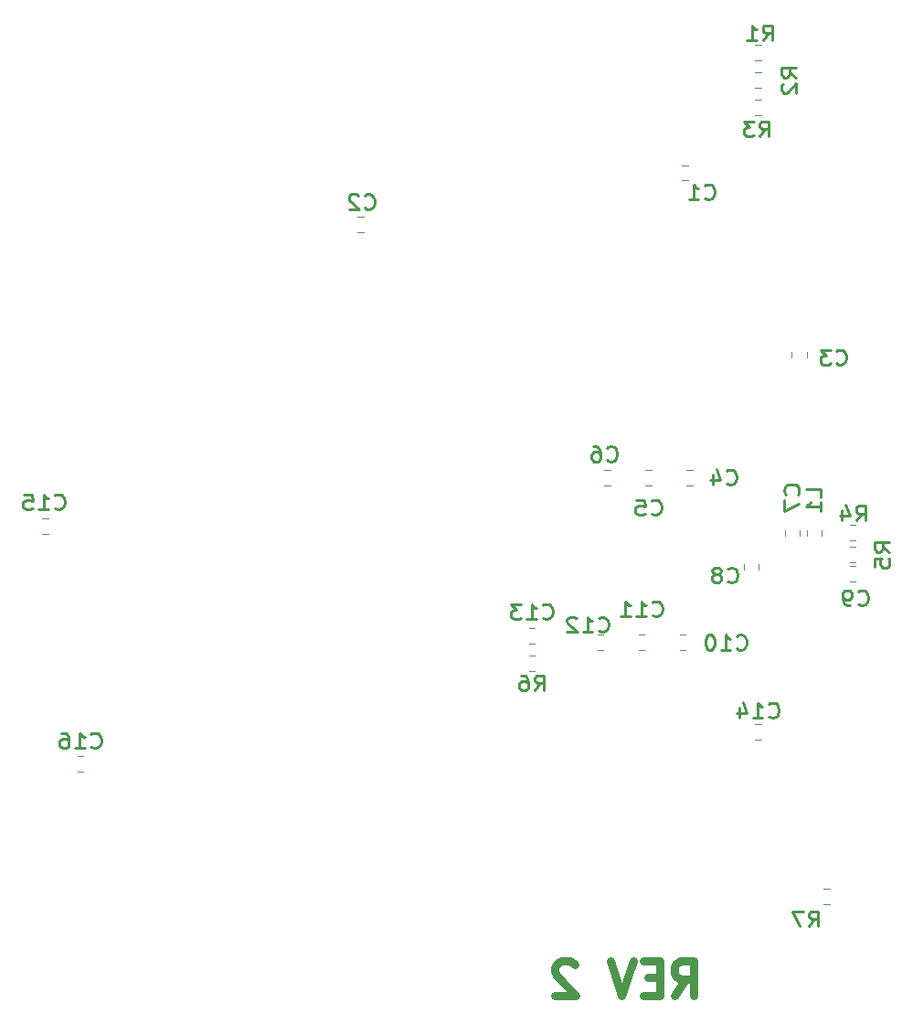
<source format=gbr>
G04 #@! TF.GenerationSoftware,KiCad,Pcbnew,(5.0.2)-1*
G04 #@! TF.CreationDate,2019-10-05T10:25:00-04:00*
G04 #@! TF.ProjectId,Z80_CPU,5a38305f-4350-4552-9e6b-696361645f70,1*
G04 #@! TF.SameCoordinates,Original*
G04 #@! TF.FileFunction,Legend,Bot*
G04 #@! TF.FilePolarity,Positive*
%FSLAX46Y46*%
G04 Gerber Fmt 4.6, Leading zero omitted, Abs format (unit mm)*
G04 Created by KiCad (PCBNEW (5.0.2)-1) date 10/5/2019 10:25:00 AM*
%MOMM*%
%LPD*%
G01*
G04 APERTURE LIST*
%ADD10C,0.793750*%
%ADD11C,0.120000*%
%ADD12C,0.254000*%
G04 APERTURE END LIST*
D10*
X71591714Y-91098309D02*
X72650047Y-89586404D01*
X73406000Y-91098309D02*
X73406000Y-87923309D01*
X72196476Y-87923309D01*
X71894095Y-88074500D01*
X71742904Y-88225690D01*
X71591714Y-88528071D01*
X71591714Y-88981642D01*
X71742904Y-89284023D01*
X71894095Y-89435214D01*
X72196476Y-89586404D01*
X73406000Y-89586404D01*
X70231000Y-89435214D02*
X69172666Y-89435214D01*
X68719095Y-91098309D02*
X70231000Y-91098309D01*
X70231000Y-87923309D01*
X68719095Y-87923309D01*
X67811952Y-87923309D02*
X66753619Y-91098309D01*
X65695285Y-87923309D01*
X62369095Y-88225690D02*
X62217904Y-88074500D01*
X61915523Y-87923309D01*
X61159571Y-87923309D01*
X60857190Y-88074500D01*
X60706000Y-88225690D01*
X60554809Y-88528071D01*
X60554809Y-88830452D01*
X60706000Y-89284023D01*
X62520285Y-91098309D01*
X60554809Y-91098309D01*
D11*
G04 #@! TO.C,L1*
X85292000Y-48521252D02*
X85292000Y-47998748D01*
X83872000Y-48521252D02*
X83872000Y-47998748D01*
G04 #@! TO.C,C13*
X58158748Y-58495000D02*
X58681252Y-58495000D01*
X58158748Y-57075000D02*
X58681252Y-57075000D01*
G04 #@! TO.C,C10*
X72128748Y-59130000D02*
X72651252Y-59130000D01*
X72128748Y-57710000D02*
X72651252Y-57710000D01*
G04 #@! TO.C,C4*
X72763748Y-43890000D02*
X73286252Y-43890000D01*
X72763748Y-42470000D02*
X73286252Y-42470000D01*
G04 #@! TO.C,C7*
X81840000Y-48521252D02*
X81840000Y-47998748D01*
X83260000Y-48521252D02*
X83260000Y-47998748D01*
G04 #@! TO.C,C8*
X79450000Y-51173748D02*
X79450000Y-51696252D01*
X78030000Y-51173748D02*
X78030000Y-51696252D01*
G04 #@! TO.C,C16*
X16843752Y-68949500D02*
X16321248Y-68949500D01*
X16843752Y-70369500D02*
X16321248Y-70369500D01*
G04 #@! TO.C,C12*
X65031252Y-59130000D02*
X64508748Y-59130000D01*
X65031252Y-57710000D02*
X64508748Y-57710000D01*
G04 #@! TO.C,C15*
X13596252Y-46915000D02*
X13073748Y-46915000D01*
X13596252Y-48335000D02*
X13073748Y-48335000D01*
G04 #@! TO.C,C14*
X79636252Y-67385000D02*
X79113748Y-67385000D01*
X79636252Y-65965000D02*
X79113748Y-65965000D01*
G04 #@! TO.C,C6*
X65666252Y-42470000D02*
X65143748Y-42470000D01*
X65666252Y-43890000D02*
X65143748Y-43890000D01*
G04 #@! TO.C,C2*
X42283748Y-18975000D02*
X42806252Y-18975000D01*
X42283748Y-20395000D02*
X42806252Y-20395000D01*
G04 #@! TO.C,C3*
X82475000Y-31488748D02*
X82475000Y-32011252D01*
X83895000Y-31488748D02*
X83895000Y-32011252D01*
G04 #@! TO.C,C1*
X72862072Y-15642660D02*
X72339568Y-15642660D01*
X72862072Y-14222660D02*
X72339568Y-14222660D01*
G04 #@! TO.C,C5*
X68953748Y-42470000D02*
X69476252Y-42470000D01*
X68953748Y-43890000D02*
X69476252Y-43890000D01*
G04 #@! TO.C,C11*
X68318748Y-59130000D02*
X68841252Y-59130000D01*
X68318748Y-57710000D02*
X68841252Y-57710000D01*
G04 #@! TO.C,R6*
X58681252Y-61035000D02*
X58158748Y-61035000D01*
X58681252Y-59615000D02*
X58158748Y-59615000D01*
G04 #@! TO.C,R7*
X85986252Y-82625000D02*
X85463748Y-82625000D01*
X85986252Y-81205000D02*
X85463748Y-81205000D01*
G04 #@! TO.C,R3*
X79636252Y-8180000D02*
X79113748Y-8180000D01*
X79636252Y-9600000D02*
X79113748Y-9600000D01*
G04 #@! TO.C,R2*
X79636252Y-7060000D02*
X79113748Y-7060000D01*
X79636252Y-5640000D02*
X79113748Y-5640000D01*
G04 #@! TO.C,R1*
X79636252Y-3100000D02*
X79113748Y-3100000D01*
X79636252Y-4520000D02*
X79113748Y-4520000D01*
G04 #@! TO.C,C9*
X87876748Y-52780000D02*
X88399252Y-52780000D01*
X87876748Y-51360000D02*
X88399252Y-51360000D01*
G04 #@! TO.C,R4*
X88399252Y-47550000D02*
X87876748Y-47550000D01*
X88399252Y-48970000D02*
X87876748Y-48970000D01*
G04 #@! TO.C,R5*
X87876748Y-49582000D02*
X88399252Y-49582000D01*
X87876748Y-51002000D02*
X88399252Y-51002000D01*
G04 #@! TO.C,L1*
D12*
X85213976Y-44958000D02*
X85213976Y-44232285D01*
X83816976Y-44232285D01*
X85213976Y-46264285D02*
X85213976Y-45393428D01*
X85213976Y-45828857D02*
X83816976Y-45828857D01*
X84016547Y-45683714D01*
X84149595Y-45538571D01*
X84216119Y-45393428D01*
G04 #@! TO.C,C13*
X59399714Y-56124928D02*
X59472285Y-56191452D01*
X59690000Y-56257976D01*
X59835142Y-56257976D01*
X60052857Y-56191452D01*
X60198000Y-56058404D01*
X60270571Y-55925357D01*
X60343142Y-55659261D01*
X60343142Y-55459690D01*
X60270571Y-55193595D01*
X60198000Y-55060547D01*
X60052857Y-54927500D01*
X59835142Y-54860976D01*
X59690000Y-54860976D01*
X59472285Y-54927500D01*
X59399714Y-54994023D01*
X57948285Y-56257976D02*
X58819142Y-56257976D01*
X58383714Y-56257976D02*
X58383714Y-54860976D01*
X58528857Y-55060547D01*
X58674000Y-55193595D01*
X58819142Y-55260119D01*
X57440285Y-54860976D02*
X56496857Y-54860976D01*
X57004857Y-55393166D01*
X56787142Y-55393166D01*
X56642000Y-55459690D01*
X56569428Y-55526214D01*
X56496857Y-55659261D01*
X56496857Y-55991880D01*
X56569428Y-56124928D01*
X56642000Y-56191452D01*
X56787142Y-56257976D01*
X57222571Y-56257976D01*
X57367714Y-56191452D01*
X57440285Y-56124928D01*
G04 #@! TO.C,C10*
X77382914Y-58969728D02*
X77455485Y-59036252D01*
X77673200Y-59102776D01*
X77818342Y-59102776D01*
X78036057Y-59036252D01*
X78181200Y-58903204D01*
X78253771Y-58770157D01*
X78326342Y-58504061D01*
X78326342Y-58304490D01*
X78253771Y-58038395D01*
X78181200Y-57905347D01*
X78036057Y-57772300D01*
X77818342Y-57705776D01*
X77673200Y-57705776D01*
X77455485Y-57772300D01*
X77382914Y-57838823D01*
X75931485Y-59102776D02*
X76802342Y-59102776D01*
X76366914Y-59102776D02*
X76366914Y-57705776D01*
X76512057Y-57905347D01*
X76657200Y-58038395D01*
X76802342Y-58104919D01*
X74988057Y-57705776D02*
X74842914Y-57705776D01*
X74697771Y-57772300D01*
X74625200Y-57838823D01*
X74552628Y-57971871D01*
X74480057Y-58237966D01*
X74480057Y-58570585D01*
X74552628Y-58836680D01*
X74625200Y-58969728D01*
X74697771Y-59036252D01*
X74842914Y-59102776D01*
X74988057Y-59102776D01*
X75133200Y-59036252D01*
X75205771Y-58969728D01*
X75278342Y-58836680D01*
X75350914Y-58570585D01*
X75350914Y-58237966D01*
X75278342Y-57971871D01*
X75205771Y-57838823D01*
X75133200Y-57772300D01*
X74988057Y-57705776D01*
G04 #@! TO.C,C4*
X76454000Y-43678928D02*
X76526571Y-43745452D01*
X76744285Y-43811976D01*
X76889428Y-43811976D01*
X77107142Y-43745452D01*
X77252285Y-43612404D01*
X77324857Y-43479357D01*
X77397428Y-43213261D01*
X77397428Y-43013690D01*
X77324857Y-42747595D01*
X77252285Y-42614547D01*
X77107142Y-42481500D01*
X76889428Y-42414976D01*
X76744285Y-42414976D01*
X76526571Y-42481500D01*
X76454000Y-42548023D01*
X75147714Y-42880642D02*
X75147714Y-43811976D01*
X75510571Y-42348452D02*
X75873428Y-43346309D01*
X74930000Y-43346309D01*
G04 #@! TO.C,C7*
X83048928Y-44704000D02*
X83115452Y-44631428D01*
X83181976Y-44413714D01*
X83181976Y-44268571D01*
X83115452Y-44050857D01*
X82982404Y-43905714D01*
X82849357Y-43833142D01*
X82583261Y-43760571D01*
X82383690Y-43760571D01*
X82117595Y-43833142D01*
X81984547Y-43905714D01*
X81851500Y-44050857D01*
X81784976Y-44268571D01*
X81784976Y-44413714D01*
X81851500Y-44631428D01*
X81918023Y-44704000D01*
X81784976Y-45212000D02*
X81784976Y-46228000D01*
X83181976Y-45574857D01*
G04 #@! TO.C,C8*
X76555600Y-52746728D02*
X76628171Y-52813252D01*
X76845885Y-52879776D01*
X76991028Y-52879776D01*
X77208742Y-52813252D01*
X77353885Y-52680204D01*
X77426457Y-52547157D01*
X77499028Y-52281061D01*
X77499028Y-52081490D01*
X77426457Y-51815395D01*
X77353885Y-51682347D01*
X77208742Y-51549300D01*
X76991028Y-51482776D01*
X76845885Y-51482776D01*
X76628171Y-51549300D01*
X76555600Y-51615823D01*
X75684742Y-52081490D02*
X75829885Y-52014966D01*
X75902457Y-51948442D01*
X75975028Y-51815395D01*
X75975028Y-51748871D01*
X75902457Y-51615823D01*
X75829885Y-51549300D01*
X75684742Y-51482776D01*
X75394457Y-51482776D01*
X75249314Y-51549300D01*
X75176742Y-51615823D01*
X75104171Y-51748871D01*
X75104171Y-51815395D01*
X75176742Y-51948442D01*
X75249314Y-52014966D01*
X75394457Y-52081490D01*
X75684742Y-52081490D01*
X75829885Y-52148014D01*
X75902457Y-52214538D01*
X75975028Y-52347585D01*
X75975028Y-52613680D01*
X75902457Y-52746728D01*
X75829885Y-52813252D01*
X75684742Y-52879776D01*
X75394457Y-52879776D01*
X75249314Y-52813252D01*
X75176742Y-52746728D01*
X75104171Y-52613680D01*
X75104171Y-52347585D01*
X75176742Y-52214538D01*
X75249314Y-52148014D01*
X75394457Y-52081490D01*
G04 #@! TO.C,C16*
X17562214Y-68062928D02*
X17634785Y-68129452D01*
X17852500Y-68195976D01*
X17997642Y-68195976D01*
X18215357Y-68129452D01*
X18360500Y-67996404D01*
X18433071Y-67863357D01*
X18505642Y-67597261D01*
X18505642Y-67397690D01*
X18433071Y-67131595D01*
X18360500Y-66998547D01*
X18215357Y-66865500D01*
X17997642Y-66798976D01*
X17852500Y-66798976D01*
X17634785Y-66865500D01*
X17562214Y-66932023D01*
X16110785Y-68195976D02*
X16981642Y-68195976D01*
X16546214Y-68195976D02*
X16546214Y-66798976D01*
X16691357Y-66998547D01*
X16836500Y-67131595D01*
X16981642Y-67198119D01*
X14804500Y-66798976D02*
X15094785Y-66798976D01*
X15239928Y-66865500D01*
X15312500Y-66932023D01*
X15457642Y-67131595D01*
X15530214Y-67397690D01*
X15530214Y-67929880D01*
X15457642Y-68062928D01*
X15385071Y-68129452D01*
X15239928Y-68195976D01*
X14949642Y-68195976D01*
X14804500Y-68129452D01*
X14731928Y-68062928D01*
X14659357Y-67929880D01*
X14659357Y-67597261D01*
X14731928Y-67464214D01*
X14804500Y-67397690D01*
X14949642Y-67331166D01*
X15239928Y-67331166D01*
X15385071Y-67397690D01*
X15457642Y-67464214D01*
X15530214Y-67597261D01*
G04 #@! TO.C,C12*
X64581314Y-57318728D02*
X64653885Y-57385252D01*
X64871600Y-57451776D01*
X65016742Y-57451776D01*
X65234457Y-57385252D01*
X65379600Y-57252204D01*
X65452171Y-57119157D01*
X65524742Y-56853061D01*
X65524742Y-56653490D01*
X65452171Y-56387395D01*
X65379600Y-56254347D01*
X65234457Y-56121300D01*
X65016742Y-56054776D01*
X64871600Y-56054776D01*
X64653885Y-56121300D01*
X64581314Y-56187823D01*
X63129885Y-57451776D02*
X64000742Y-57451776D01*
X63565314Y-57451776D02*
X63565314Y-56054776D01*
X63710457Y-56254347D01*
X63855600Y-56387395D01*
X64000742Y-56453919D01*
X62549314Y-56187823D02*
X62476742Y-56121300D01*
X62331600Y-56054776D01*
X61968742Y-56054776D01*
X61823600Y-56121300D01*
X61751028Y-56187823D01*
X61678457Y-56320871D01*
X61678457Y-56453919D01*
X61751028Y-56653490D01*
X62621885Y-57451776D01*
X61678457Y-57451776D01*
G04 #@! TO.C,C15*
X14187714Y-45964928D02*
X14260285Y-46031452D01*
X14478000Y-46097976D01*
X14623142Y-46097976D01*
X14840857Y-46031452D01*
X14986000Y-45898404D01*
X15058571Y-45765357D01*
X15131142Y-45499261D01*
X15131142Y-45299690D01*
X15058571Y-45033595D01*
X14986000Y-44900547D01*
X14840857Y-44767500D01*
X14623142Y-44700976D01*
X14478000Y-44700976D01*
X14260285Y-44767500D01*
X14187714Y-44834023D01*
X12736285Y-46097976D02*
X13607142Y-46097976D01*
X13171714Y-46097976D02*
X13171714Y-44700976D01*
X13316857Y-44900547D01*
X13462000Y-45033595D01*
X13607142Y-45100119D01*
X11357428Y-44700976D02*
X12083142Y-44700976D01*
X12155714Y-45366214D01*
X12083142Y-45299690D01*
X11938000Y-45233166D01*
X11575142Y-45233166D01*
X11430000Y-45299690D01*
X11357428Y-45366214D01*
X11284857Y-45499261D01*
X11284857Y-45831880D01*
X11357428Y-45964928D01*
X11430000Y-46031452D01*
X11575142Y-46097976D01*
X11938000Y-46097976D01*
X12083142Y-46031452D01*
X12155714Y-45964928D01*
G04 #@! TO.C,C14*
X80354714Y-65268928D02*
X80427285Y-65335452D01*
X80645000Y-65401976D01*
X80790142Y-65401976D01*
X81007857Y-65335452D01*
X81153000Y-65202404D01*
X81225571Y-65069357D01*
X81298142Y-64803261D01*
X81298142Y-64603690D01*
X81225571Y-64337595D01*
X81153000Y-64204547D01*
X81007857Y-64071500D01*
X80790142Y-64004976D01*
X80645000Y-64004976D01*
X80427285Y-64071500D01*
X80354714Y-64138023D01*
X78903285Y-65401976D02*
X79774142Y-65401976D01*
X79338714Y-65401976D02*
X79338714Y-64004976D01*
X79483857Y-64204547D01*
X79629000Y-64337595D01*
X79774142Y-64404119D01*
X77597000Y-64470642D02*
X77597000Y-65401976D01*
X77959857Y-63938452D02*
X78322714Y-64936309D01*
X77379285Y-64936309D01*
G04 #@! TO.C,C6*
X65379600Y-41519928D02*
X65452171Y-41586452D01*
X65669885Y-41652976D01*
X65815028Y-41652976D01*
X66032742Y-41586452D01*
X66177885Y-41453404D01*
X66250457Y-41320357D01*
X66323028Y-41054261D01*
X66323028Y-40854690D01*
X66250457Y-40588595D01*
X66177885Y-40455547D01*
X66032742Y-40322500D01*
X65815028Y-40255976D01*
X65669885Y-40255976D01*
X65452171Y-40322500D01*
X65379600Y-40389023D01*
X64073314Y-40255976D02*
X64363600Y-40255976D01*
X64508742Y-40322500D01*
X64581314Y-40389023D01*
X64726457Y-40588595D01*
X64799028Y-40854690D01*
X64799028Y-41386880D01*
X64726457Y-41519928D01*
X64653885Y-41586452D01*
X64508742Y-41652976D01*
X64218457Y-41652976D01*
X64073314Y-41586452D01*
X64000742Y-41519928D01*
X63928171Y-41386880D01*
X63928171Y-41054261D01*
X64000742Y-40921214D01*
X64073314Y-40854690D01*
X64218457Y-40788166D01*
X64508742Y-40788166D01*
X64653885Y-40854690D01*
X64726457Y-40921214D01*
X64799028Y-41054261D01*
G04 #@! TO.C,C2*
X42900600Y-18177328D02*
X42973171Y-18243852D01*
X43190885Y-18310376D01*
X43336028Y-18310376D01*
X43553742Y-18243852D01*
X43698885Y-18110804D01*
X43771457Y-17977757D01*
X43844028Y-17711661D01*
X43844028Y-17512090D01*
X43771457Y-17245995D01*
X43698885Y-17112947D01*
X43553742Y-16979900D01*
X43336028Y-16913376D01*
X43190885Y-16913376D01*
X42973171Y-16979900D01*
X42900600Y-17046423D01*
X42320028Y-17046423D02*
X42247457Y-16979900D01*
X42102314Y-16913376D01*
X41739457Y-16913376D01*
X41594314Y-16979900D01*
X41521742Y-17046423D01*
X41449171Y-17179471D01*
X41449171Y-17312519D01*
X41521742Y-17512090D01*
X42392600Y-18310376D01*
X41449171Y-18310376D01*
G04 #@! TO.C,C3*
X86588600Y-32579128D02*
X86661171Y-32645652D01*
X86878885Y-32712176D01*
X87024028Y-32712176D01*
X87241742Y-32645652D01*
X87386885Y-32512604D01*
X87459457Y-32379557D01*
X87532028Y-32113461D01*
X87532028Y-31913890D01*
X87459457Y-31647795D01*
X87386885Y-31514747D01*
X87241742Y-31381700D01*
X87024028Y-31315176D01*
X86878885Y-31315176D01*
X86661171Y-31381700D01*
X86588600Y-31448223D01*
X86080600Y-31315176D02*
X85137171Y-31315176D01*
X85645171Y-31847366D01*
X85427457Y-31847366D01*
X85282314Y-31913890D01*
X85209742Y-31980414D01*
X85137171Y-32113461D01*
X85137171Y-32446080D01*
X85209742Y-32579128D01*
X85282314Y-32645652D01*
X85427457Y-32712176D01*
X85862885Y-32712176D01*
X86008028Y-32645652D01*
X86080600Y-32579128D01*
G04 #@! TO.C,C1*
X74422000Y-17262928D02*
X74494571Y-17329452D01*
X74712285Y-17395976D01*
X74857428Y-17395976D01*
X75075142Y-17329452D01*
X75220285Y-17196404D01*
X75292857Y-17063357D01*
X75365428Y-16797261D01*
X75365428Y-16597690D01*
X75292857Y-16331595D01*
X75220285Y-16198547D01*
X75075142Y-16065500D01*
X74857428Y-15998976D01*
X74712285Y-15998976D01*
X74494571Y-16065500D01*
X74422000Y-16132023D01*
X72970571Y-17395976D02*
X73841428Y-17395976D01*
X73406000Y-17395976D02*
X73406000Y-15998976D01*
X73551142Y-16198547D01*
X73696285Y-16331595D01*
X73841428Y-16398119D01*
G04 #@! TO.C,C5*
X69469000Y-46472928D02*
X69541571Y-46539452D01*
X69759285Y-46605976D01*
X69904428Y-46605976D01*
X70122142Y-46539452D01*
X70267285Y-46406404D01*
X70339857Y-46273357D01*
X70412428Y-46007261D01*
X70412428Y-45807690D01*
X70339857Y-45541595D01*
X70267285Y-45408547D01*
X70122142Y-45275500D01*
X69904428Y-45208976D01*
X69759285Y-45208976D01*
X69541571Y-45275500D01*
X69469000Y-45342023D01*
X68090142Y-45208976D02*
X68815857Y-45208976D01*
X68888428Y-45874214D01*
X68815857Y-45807690D01*
X68670714Y-45741166D01*
X68307857Y-45741166D01*
X68162714Y-45807690D01*
X68090142Y-45874214D01*
X68017571Y-46007261D01*
X68017571Y-46339880D01*
X68090142Y-46472928D01*
X68162714Y-46539452D01*
X68307857Y-46605976D01*
X68670714Y-46605976D01*
X68815857Y-46539452D01*
X68888428Y-46472928D01*
G04 #@! TO.C,C11*
X69559714Y-55870928D02*
X69632285Y-55937452D01*
X69850000Y-56003976D01*
X69995142Y-56003976D01*
X70212857Y-55937452D01*
X70358000Y-55804404D01*
X70430571Y-55671357D01*
X70503142Y-55405261D01*
X70503142Y-55205690D01*
X70430571Y-54939595D01*
X70358000Y-54806547D01*
X70212857Y-54673500D01*
X69995142Y-54606976D01*
X69850000Y-54606976D01*
X69632285Y-54673500D01*
X69559714Y-54740023D01*
X68108285Y-56003976D02*
X68979142Y-56003976D01*
X68543714Y-56003976D02*
X68543714Y-54606976D01*
X68688857Y-54806547D01*
X68834000Y-54939595D01*
X68979142Y-55006119D01*
X66656857Y-56003976D02*
X67527714Y-56003976D01*
X67092285Y-56003976D02*
X67092285Y-54606976D01*
X67237428Y-54806547D01*
X67382571Y-54939595D01*
X67527714Y-55006119D01*
G04 #@! TO.C,R6*
X58674000Y-62861976D02*
X59182000Y-62196738D01*
X59544857Y-62861976D02*
X59544857Y-61464976D01*
X58964285Y-61464976D01*
X58819142Y-61531500D01*
X58746571Y-61598023D01*
X58674000Y-61731071D01*
X58674000Y-61930642D01*
X58746571Y-62063690D01*
X58819142Y-62130214D01*
X58964285Y-62196738D01*
X59544857Y-62196738D01*
X57367714Y-61464976D02*
X57658000Y-61464976D01*
X57803142Y-61531500D01*
X57875714Y-61598023D01*
X58020857Y-61797595D01*
X58093428Y-62063690D01*
X58093428Y-62595880D01*
X58020857Y-62728928D01*
X57948285Y-62795452D01*
X57803142Y-62861976D01*
X57512857Y-62861976D01*
X57367714Y-62795452D01*
X57295142Y-62728928D01*
X57222571Y-62595880D01*
X57222571Y-62263261D01*
X57295142Y-62130214D01*
X57367714Y-62063690D01*
X57512857Y-61997166D01*
X57803142Y-61997166D01*
X57948285Y-62063690D01*
X58020857Y-62130214D01*
X58093428Y-62263261D01*
G04 #@! TO.C,R7*
X84074000Y-84705976D02*
X84582000Y-84040738D01*
X84944857Y-84705976D02*
X84944857Y-83308976D01*
X84364285Y-83308976D01*
X84219142Y-83375500D01*
X84146571Y-83442023D01*
X84074000Y-83575071D01*
X84074000Y-83774642D01*
X84146571Y-83907690D01*
X84219142Y-83974214D01*
X84364285Y-84040738D01*
X84944857Y-84040738D01*
X83566000Y-83308976D02*
X82550000Y-83308976D01*
X83203142Y-84705976D01*
G04 #@! TO.C,R3*
X79502000Y-11553976D02*
X80010000Y-10888738D01*
X80372857Y-11553976D02*
X80372857Y-10156976D01*
X79792285Y-10156976D01*
X79647142Y-10223500D01*
X79574571Y-10290023D01*
X79502000Y-10423071D01*
X79502000Y-10622642D01*
X79574571Y-10755690D01*
X79647142Y-10822214D01*
X79792285Y-10888738D01*
X80372857Y-10888738D01*
X78994000Y-10156976D02*
X78050571Y-10156976D01*
X78558571Y-10689166D01*
X78340857Y-10689166D01*
X78195714Y-10755690D01*
X78123142Y-10822214D01*
X78050571Y-10955261D01*
X78050571Y-11287880D01*
X78123142Y-11420928D01*
X78195714Y-11487452D01*
X78340857Y-11553976D01*
X78776285Y-11553976D01*
X78921428Y-11487452D01*
X78994000Y-11420928D01*
G04 #@! TO.C,R2*
X82927976Y-6096000D02*
X82262738Y-5588000D01*
X82927976Y-5225142D02*
X81530976Y-5225142D01*
X81530976Y-5805714D01*
X81597500Y-5950857D01*
X81664023Y-6023428D01*
X81797071Y-6096000D01*
X81996642Y-6096000D01*
X82129690Y-6023428D01*
X82196214Y-5950857D01*
X82262738Y-5805714D01*
X82262738Y-5225142D01*
X81664023Y-6676571D02*
X81597500Y-6749142D01*
X81530976Y-6894285D01*
X81530976Y-7257142D01*
X81597500Y-7402285D01*
X81664023Y-7474857D01*
X81797071Y-7547428D01*
X81930119Y-7547428D01*
X82129690Y-7474857D01*
X82927976Y-6604000D01*
X82927976Y-7547428D01*
G04 #@! TO.C,R1*
X79806800Y-2663976D02*
X80314800Y-1998738D01*
X80677657Y-2663976D02*
X80677657Y-1266976D01*
X80097085Y-1266976D01*
X79951942Y-1333500D01*
X79879371Y-1400023D01*
X79806800Y-1533071D01*
X79806800Y-1732642D01*
X79879371Y-1865690D01*
X79951942Y-1932214D01*
X80097085Y-1998738D01*
X80677657Y-1998738D01*
X78355371Y-2663976D02*
X79226228Y-2663976D01*
X78790800Y-2663976D02*
X78790800Y-1266976D01*
X78935942Y-1466547D01*
X79081085Y-1599595D01*
X79226228Y-1666119D01*
G04 #@! TO.C,C9*
X88646000Y-54854928D02*
X88718571Y-54921452D01*
X88936285Y-54987976D01*
X89081428Y-54987976D01*
X89299142Y-54921452D01*
X89444285Y-54788404D01*
X89516857Y-54655357D01*
X89589428Y-54389261D01*
X89589428Y-54189690D01*
X89516857Y-53923595D01*
X89444285Y-53790547D01*
X89299142Y-53657500D01*
X89081428Y-53590976D01*
X88936285Y-53590976D01*
X88718571Y-53657500D01*
X88646000Y-53724023D01*
X87920285Y-54987976D02*
X87630000Y-54987976D01*
X87484857Y-54921452D01*
X87412285Y-54854928D01*
X87267142Y-54655357D01*
X87194571Y-54389261D01*
X87194571Y-53857071D01*
X87267142Y-53724023D01*
X87339714Y-53657500D01*
X87484857Y-53590976D01*
X87775142Y-53590976D01*
X87920285Y-53657500D01*
X87992857Y-53724023D01*
X88065428Y-53857071D01*
X88065428Y-54189690D01*
X87992857Y-54322738D01*
X87920285Y-54389261D01*
X87775142Y-54455785D01*
X87484857Y-54455785D01*
X87339714Y-54389261D01*
X87267142Y-54322738D01*
X87194571Y-54189690D01*
G04 #@! TO.C,R4*
X88442800Y-47139376D02*
X88950800Y-46474138D01*
X89313657Y-47139376D02*
X89313657Y-45742376D01*
X88733085Y-45742376D01*
X88587942Y-45808900D01*
X88515371Y-45875423D01*
X88442800Y-46008471D01*
X88442800Y-46208042D01*
X88515371Y-46341090D01*
X88587942Y-46407614D01*
X88733085Y-46474138D01*
X89313657Y-46474138D01*
X87136514Y-46208042D02*
X87136514Y-47139376D01*
X87499371Y-45675852D02*
X87862228Y-46673709D01*
X86918800Y-46673709D01*
G04 #@! TO.C,R5*
X91563976Y-50038000D02*
X90898738Y-49530000D01*
X91563976Y-49167142D02*
X90166976Y-49167142D01*
X90166976Y-49747714D01*
X90233500Y-49892857D01*
X90300023Y-49965428D01*
X90433071Y-50038000D01*
X90632642Y-50038000D01*
X90765690Y-49965428D01*
X90832214Y-49892857D01*
X90898738Y-49747714D01*
X90898738Y-49167142D01*
X90166976Y-51416857D02*
X90166976Y-50691142D01*
X90832214Y-50618571D01*
X90765690Y-50691142D01*
X90699166Y-50836285D01*
X90699166Y-51199142D01*
X90765690Y-51344285D01*
X90832214Y-51416857D01*
X90965261Y-51489428D01*
X91297880Y-51489428D01*
X91430928Y-51416857D01*
X91497452Y-51344285D01*
X91563976Y-51199142D01*
X91563976Y-50836285D01*
X91497452Y-50691142D01*
X91430928Y-50618571D01*
G04 #@! TD*
M02*

</source>
